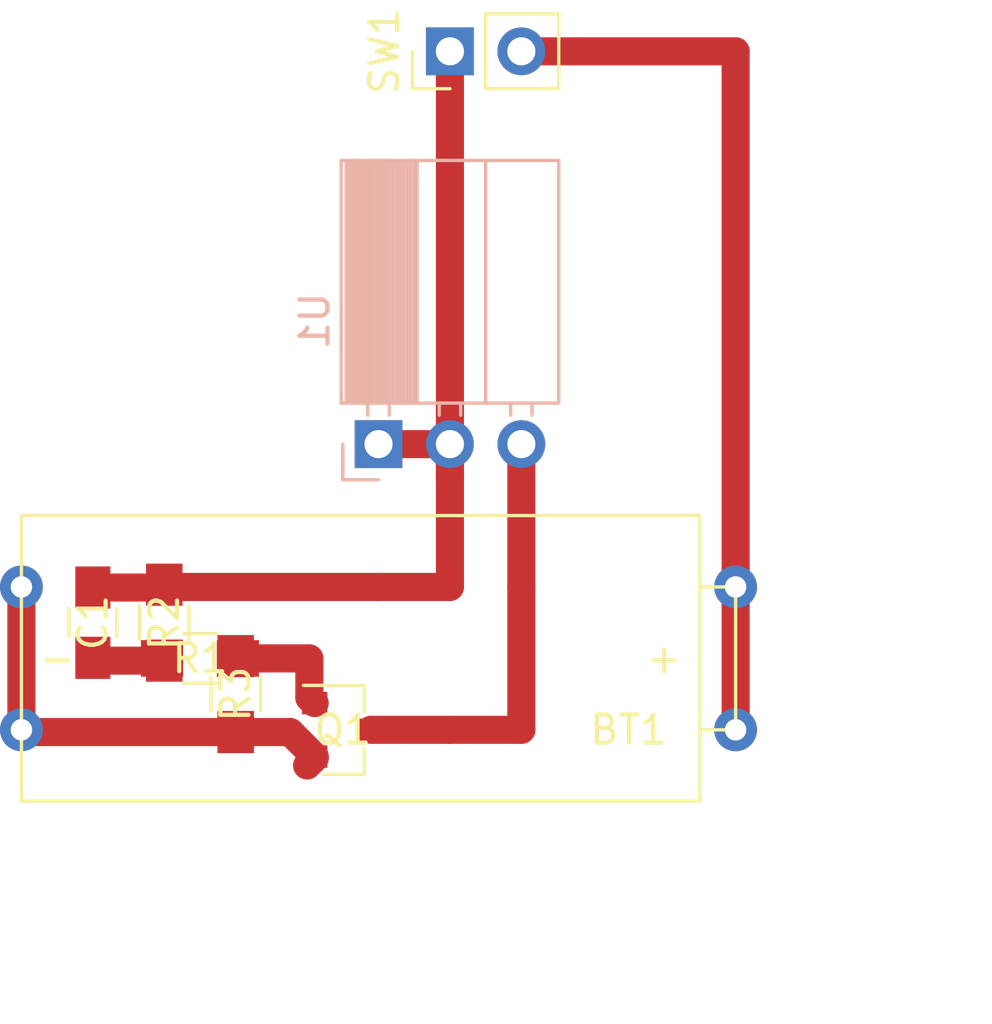
<source format=kicad_pcb>
(kicad_pcb (version 4) (host pcbnew 4.0.4+e1-6308~48~ubuntu16.04.1-stable)

  (general
    (links 14)
    (no_connects 0)
    (area 0 0 0 0)
    (thickness 1.6)
    (drawings 0)
    (tracks 29)
    (zones 0)
    (modules 8)
    (nets 7)
  )

  (page A4)
  (layers
    (0 F.Cu signal)
    (31 B.Cu signal)
    (32 B.Adhes user)
    (33 F.Adhes user)
    (34 B.Paste user)
    (35 F.Paste user)
    (36 B.SilkS user)
    (37 F.SilkS user)
    (38 B.Mask user)
    (39 F.Mask user)
    (40 Dwgs.User user)
    (41 Cmts.User user)
    (42 Eco1.User user)
    (43 Eco2.User user)
    (44 Edge.Cuts user)
    (45 Margin user)
    (46 B.CrtYd user)
    (47 F.CrtYd user)
    (48 B.Fab user)
    (49 F.Fab user)
  )

  (setup
    (last_trace_width 1)
    (user_trace_width 1)
    (trace_clearance 0.2)
    (zone_clearance 0.508)
    (zone_45_only no)
    (trace_min 0.2)
    (segment_width 0.2)
    (edge_width 0.15)
    (via_size 0.6)
    (via_drill 0.4)
    (via_min_size 0.4)
    (via_min_drill 0.3)
    (uvia_size 0.3)
    (uvia_drill 0.1)
    (uvias_allowed no)
    (uvia_min_size 0.2)
    (uvia_min_drill 0.1)
    (pcb_text_width 0.3)
    (pcb_text_size 1.5 1.5)
    (mod_edge_width 0.15)
    (mod_text_size 1 1)
    (mod_text_width 0.15)
    (pad_size 1.524 1.524)
    (pad_drill 0.762)
    (pad_to_mask_clearance 0.2)
    (aux_axis_origin 0 0)
    (visible_elements FFFFFF7F)
    (pcbplotparams
      (layerselection 0x00030_80000001)
      (usegerberextensions false)
      (excludeedgelayer true)
      (linewidth 0.100000)
      (plotframeref false)
      (viasonmask false)
      (mode 1)
      (useauxorigin false)
      (hpglpennumber 1)
      (hpglpenspeed 20)
      (hpglpendiameter 15)
      (hpglpenoverlay 2)
      (psnegative false)
      (psa4output false)
      (plotreference true)
      (plotvalue true)
      (plotinvisibletext false)
      (padsonsilk false)
      (subtractmaskfromsilk false)
      (outputformat 1)
      (mirror false)
      (drillshape 1)
      (scaleselection 1)
      (outputdirectory ""))
  )

  (net 0 "")
  (net 1 "Net-(BT1-Pad1)")
  (net 2 GNDREF)
  (net 3 "Net-(C1-Pad1)")
  (net 4 "Net-(C1-Pad2)")
  (net 5 "Net-(Q1-Pad1)")
  (net 6 "Net-(Q1-Pad3)")

  (net_class Default "This is the default net class."
    (clearance 0.2)
    (trace_width 0.25)
    (via_dia 0.6)
    (via_drill 0.4)
    (uvia_dia 0.3)
    (uvia_drill 0.1)
    (add_net GNDREF)
    (add_net "Net-(BT1-Pad1)")
    (add_net "Net-(C1-Pad1)")
    (add_net "Net-(C1-Pad2)")
    (add_net "Net-(Q1-Pad1)")
    (add_net "Net-(Q1-Pad3)")
  )

  (module battery:6V_battery_4LR44 (layer F.Cu) (tedit 5944CFDC) (tstamp 5944CCE3)
    (at 139.7 80.01)
    (path /5906E8AC)
    (fp_text reference BT1 (at 8.89 2.54) (layer F.SilkS)
      (effects (font (size 1 1) (thickness 0.15)))
    )
    (fp_text value "Battery 6V" (at 17.78 0) (layer F.Fab)
      (effects (font (size 1 1) (thickness 0.15)))
    )
    (fp_text user - (at -11.43 0) (layer F.SilkS)
      (effects (font (size 1 1) (thickness 0.15)))
    )
    (fp_text user + (at 10.16 0) (layer F.SilkS)
      (effects (font (size 1 1) (thickness 0.15)))
    )
    (fp_line (start 11.43 -2.54) (end 12.7 -2.54) (layer F.SilkS) (width 0.12))
    (fp_line (start 12.7 -2.54) (end 12.7 2.54) (layer F.SilkS) (width 0.12))
    (fp_line (start 12.7 2.54) (end 11.43 2.54) (layer F.SilkS) (width 0.12))
    (fp_line (start -12.7 -5.08) (end -12.7 5.08) (layer F.SilkS) (width 0.12))
    (fp_line (start -12.7 5.08) (end 11.43 5.08) (layer F.SilkS) (width 0.12))
    (fp_line (start 11.43 5.08) (end 11.43 -5.08) (layer F.SilkS) (width 0.12))
    (fp_line (start 11.43 -5.08) (end -12.7 -5.08) (layer F.SilkS) (width 0.12))
    (pad 2 thru_hole circle (at -12.7 -2.54) (size 1.524 1.524) (drill 0.762) (layers *.Cu *.Mask)
      (net 2 GNDREF))
    (pad 2 thru_hole circle (at -12.7 2.54) (size 1.524 1.524) (drill 0.762) (layers *.Cu *.Mask)
      (net 2 GNDREF))
    (pad 1 thru_hole circle (at 12.7 -2.54) (size 1.524 1.524) (drill 0.762) (layers *.Cu *.Mask)
      (net 1 "Net-(BT1-Pad1)"))
    (pad 1 thru_hole circle (at 12.7 2.54) (size 1.524 1.524) (drill 0.762) (layers *.Cu *.Mask)
      (net 1 "Net-(BT1-Pad1)"))
  )

  (module Capacitors_SMD:C_0805_HandSoldering (layer F.Cu) (tedit 5944CEF4) (tstamp 5944CCE9)
    (at 129.54 78.74 270)
    (descr "Capacitor SMD 0805, hand soldering")
    (tags "capacitor 0805")
    (path /5944D162)
    (attr smd)
    (fp_text reference C1 (at 0 0 270) (layer F.SilkS)
      (effects (font (size 1 1) (thickness 0.15)))
    )
    (fp_text value 4u7 (at 3.81 0 270) (layer F.Fab)
      (effects (font (size 1 1) (thickness 0.15)))
    )
    (fp_text user %R (at 0 0 270) (layer F.Fab)
      (effects (font (size 1 1) (thickness 0.15)))
    )
    (fp_line (start -1 0.62) (end -1 -0.62) (layer F.Fab) (width 0.1))
    (fp_line (start 1 0.62) (end -1 0.62) (layer F.Fab) (width 0.1))
    (fp_line (start 1 -0.62) (end 1 0.62) (layer F.Fab) (width 0.1))
    (fp_line (start -1 -0.62) (end 1 -0.62) (layer F.Fab) (width 0.1))
    (fp_line (start 0.5 -0.85) (end -0.5 -0.85) (layer F.SilkS) (width 0.12))
    (fp_line (start -0.5 0.85) (end 0.5 0.85) (layer F.SilkS) (width 0.12))
    (fp_line (start -2.25 -0.88) (end 2.25 -0.88) (layer F.CrtYd) (width 0.05))
    (fp_line (start -2.25 -0.88) (end -2.25 0.87) (layer F.CrtYd) (width 0.05))
    (fp_line (start 2.25 0.87) (end 2.25 -0.88) (layer F.CrtYd) (width 0.05))
    (fp_line (start 2.25 0.87) (end -2.25 0.87) (layer F.CrtYd) (width 0.05))
    (pad 1 smd rect (at -1.25 0 270) (size 1.5 1.25) (layers F.Cu F.Paste F.Mask)
      (net 3 "Net-(C1-Pad1)"))
    (pad 2 smd rect (at 1.25 0 270) (size 1.5 1.25) (layers F.Cu F.Paste F.Mask)
      (net 4 "Net-(C1-Pad2)"))
    (model Capacitors_SMD.3dshapes/C_0805.wrl
      (at (xyz 0 0 0))
      (scale (xyz 1 1 1))
      (rotate (xyz 0 0 0))
    )
  )

  (module TO_SOT_Packages_SMD:SOT-23 (layer F.Cu) (tedit 5944CFE2) (tstamp 5944CCF0)
    (at 138.43 82.55)
    (descr "SOT-23, Standard")
    (tags SOT-23)
    (path /5944D727)
    (attr smd)
    (fp_text reference Q1 (at 0 0) (layer F.SilkS)
      (effects (font (size 1 1) (thickness 0.15)))
    )
    (fp_text value BC817-40 (at 0 6.35 90) (layer F.Fab)
      (effects (font (size 1 1) (thickness 0.15)))
    )
    (fp_text user %R (at 0 0) (layer F.Fab)
      (effects (font (size 0.5 0.5) (thickness 0.075)))
    )
    (fp_line (start -0.7 -0.95) (end -0.7 1.5) (layer F.Fab) (width 0.1))
    (fp_line (start -0.15 -1.52) (end 0.7 -1.52) (layer F.Fab) (width 0.1))
    (fp_line (start -0.7 -0.95) (end -0.15 -1.52) (layer F.Fab) (width 0.1))
    (fp_line (start 0.7 -1.52) (end 0.7 1.52) (layer F.Fab) (width 0.1))
    (fp_line (start -0.7 1.52) (end 0.7 1.52) (layer F.Fab) (width 0.1))
    (fp_line (start 0.76 1.58) (end 0.76 0.65) (layer F.SilkS) (width 0.12))
    (fp_line (start 0.76 -1.58) (end 0.76 -0.65) (layer F.SilkS) (width 0.12))
    (fp_line (start -1.7 -1.75) (end 1.7 -1.75) (layer F.CrtYd) (width 0.05))
    (fp_line (start 1.7 -1.75) (end 1.7 1.75) (layer F.CrtYd) (width 0.05))
    (fp_line (start 1.7 1.75) (end -1.7 1.75) (layer F.CrtYd) (width 0.05))
    (fp_line (start -1.7 1.75) (end -1.7 -1.75) (layer F.CrtYd) (width 0.05))
    (fp_line (start 0.76 -1.58) (end -1.4 -1.58) (layer F.SilkS) (width 0.12))
    (fp_line (start 0.76 1.58) (end -0.7 1.58) (layer F.SilkS) (width 0.12))
    (pad 1 smd rect (at -1 -0.95) (size 0.9 0.8) (layers F.Cu F.Paste F.Mask)
      (net 5 "Net-(Q1-Pad1)"))
    (pad 2 smd rect (at -1 0.95) (size 0.9 0.8) (layers F.Cu F.Paste F.Mask)
      (net 2 GNDREF))
    (pad 3 smd rect (at 1 0) (size 0.9 0.8) (layers F.Cu F.Paste F.Mask)
      (net 6 "Net-(Q1-Pad3)"))
    (model ${KISYS3DMOD}/TO_SOT_Packages_SMD.3dshapes/SOT-23.wrl
      (at (xyz 0 0 0))
      (scale (xyz 1 1 1))
      (rotate (xyz 0 0 0))
    )
  )

  (module Resistors_SMD:R_0805_HandSoldering (layer F.Cu) (tedit 5944CEEB) (tstamp 5944CCF6)
    (at 133.35 80.01)
    (descr "Resistor SMD 0805, hand soldering")
    (tags "resistor 0805")
    (path /5907656E)
    (attr smd)
    (fp_text reference R1 (at 0 0) (layer F.SilkS)
      (effects (font (size 1 1) (thickness 0.15)))
    )
    (fp_text value 10K (at 1.27 -1.27 180) (layer F.Fab)
      (effects (font (size 1 1) (thickness 0.15)))
    )
    (fp_text user %R (at 0 0) (layer F.Fab)
      (effects (font (size 0.5 0.5) (thickness 0.075)))
    )
    (fp_line (start -1 0.62) (end -1 -0.62) (layer F.Fab) (width 0.1))
    (fp_line (start 1 0.62) (end -1 0.62) (layer F.Fab) (width 0.1))
    (fp_line (start 1 -0.62) (end 1 0.62) (layer F.Fab) (width 0.1))
    (fp_line (start -1 -0.62) (end 1 -0.62) (layer F.Fab) (width 0.1))
    (fp_line (start 0.6 0.88) (end -0.6 0.88) (layer F.SilkS) (width 0.12))
    (fp_line (start -0.6 -0.88) (end 0.6 -0.88) (layer F.SilkS) (width 0.12))
    (fp_line (start -2.35 -0.9) (end 2.35 -0.9) (layer F.CrtYd) (width 0.05))
    (fp_line (start -2.35 -0.9) (end -2.35 0.9) (layer F.CrtYd) (width 0.05))
    (fp_line (start 2.35 0.9) (end 2.35 -0.9) (layer F.CrtYd) (width 0.05))
    (fp_line (start 2.35 0.9) (end -2.35 0.9) (layer F.CrtYd) (width 0.05))
    (pad 1 smd rect (at -1.35 0) (size 1.5 1.3) (layers F.Cu F.Paste F.Mask)
      (net 4 "Net-(C1-Pad2)"))
    (pad 2 smd rect (at 1.35 0) (size 1.5 1.3) (layers F.Cu F.Paste F.Mask)
      (net 5 "Net-(Q1-Pad1)"))
    (model ${KISYS3DMOD}/Resistors_SMD.3dshapes/R_0805.wrl
      (at (xyz 0 0 0))
      (scale (xyz 1 1 1))
      (rotate (xyz 0 0 0))
    )
  )

  (module Resistors_SMD:R_0805_HandSoldering (layer F.Cu) (tedit 5944CEF7) (tstamp 5944CCFC)
    (at 132.08 78.74 270)
    (descr "Resistor SMD 0805, hand soldering")
    (tags "resistor 0805")
    (path /5944D1F3)
    (attr smd)
    (fp_text reference R2 (at 0 0 270) (layer F.SilkS)
      (effects (font (size 1 1) (thickness 0.15)))
    )
    (fp_text value 2M (at 3.81 0 270) (layer F.Fab)
      (effects (font (size 1 1) (thickness 0.15)))
    )
    (fp_text user %R (at 0 0 270) (layer F.Fab)
      (effects (font (size 0.5 0.5) (thickness 0.075)))
    )
    (fp_line (start -1 0.62) (end -1 -0.62) (layer F.Fab) (width 0.1))
    (fp_line (start 1 0.62) (end -1 0.62) (layer F.Fab) (width 0.1))
    (fp_line (start 1 -0.62) (end 1 0.62) (layer F.Fab) (width 0.1))
    (fp_line (start -1 -0.62) (end 1 -0.62) (layer F.Fab) (width 0.1))
    (fp_line (start 0.6 0.88) (end -0.6 0.88) (layer F.SilkS) (width 0.12))
    (fp_line (start -0.6 -0.88) (end 0.6 -0.88) (layer F.SilkS) (width 0.12))
    (fp_line (start -2.35 -0.9) (end 2.35 -0.9) (layer F.CrtYd) (width 0.05))
    (fp_line (start -2.35 -0.9) (end -2.35 0.9) (layer F.CrtYd) (width 0.05))
    (fp_line (start 2.35 0.9) (end 2.35 -0.9) (layer F.CrtYd) (width 0.05))
    (fp_line (start 2.35 0.9) (end -2.35 0.9) (layer F.CrtYd) (width 0.05))
    (pad 1 smd rect (at -1.35 0 270) (size 1.5 1.3) (layers F.Cu F.Paste F.Mask)
      (net 3 "Net-(C1-Pad1)"))
    (pad 2 smd rect (at 1.35 0 270) (size 1.5 1.3) (layers F.Cu F.Paste F.Mask)
      (net 4 "Net-(C1-Pad2)"))
    (model ${KISYS3DMOD}/Resistors_SMD.3dshapes/R_0805.wrl
      (at (xyz 0 0 0))
      (scale (xyz 1 1 1))
      (rotate (xyz 0 0 0))
    )
  )

  (module Resistors_SMD:R_0805_HandSoldering (layer F.Cu) (tedit 5944CED5) (tstamp 5944CD02)
    (at 134.62 81.28 270)
    (descr "Resistor SMD 0805, hand soldering")
    (tags "resistor 0805")
    (path /5944CF0F)
    (attr smd)
    (fp_text reference R3 (at 0 0 270) (layer F.SilkS)
      (effects (font (size 1 1) (thickness 0.15)))
    )
    (fp_text value 100K (at 5.08 0 270) (layer F.Fab)
      (effects (font (size 1 1) (thickness 0.15)))
    )
    (fp_text user %R (at 0 0 270) (layer F.Fab)
      (effects (font (size 0.5 0.5) (thickness 0.075)))
    )
    (fp_line (start -1 0.62) (end -1 -0.62) (layer F.Fab) (width 0.1))
    (fp_line (start 1 0.62) (end -1 0.62) (layer F.Fab) (width 0.1))
    (fp_line (start 1 -0.62) (end 1 0.62) (layer F.Fab) (width 0.1))
    (fp_line (start -1 -0.62) (end 1 -0.62) (layer F.Fab) (width 0.1))
    (fp_line (start 0.6 0.88) (end -0.6 0.88) (layer F.SilkS) (width 0.12))
    (fp_line (start -0.6 -0.88) (end 0.6 -0.88) (layer F.SilkS) (width 0.12))
    (fp_line (start -2.35 -0.9) (end 2.35 -0.9) (layer F.CrtYd) (width 0.05))
    (fp_line (start -2.35 -0.9) (end -2.35 0.9) (layer F.CrtYd) (width 0.05))
    (fp_line (start 2.35 0.9) (end 2.35 -0.9) (layer F.CrtYd) (width 0.05))
    (fp_line (start 2.35 0.9) (end -2.35 0.9) (layer F.CrtYd) (width 0.05))
    (pad 1 smd rect (at -1.35 0 270) (size 1.5 1.3) (layers F.Cu F.Paste F.Mask)
      (net 5 "Net-(Q1-Pad1)"))
    (pad 2 smd rect (at 1.35 0 270) (size 1.5 1.3) (layers F.Cu F.Paste F.Mask)
      (net 2 GNDREF))
    (model ${KISYS3DMOD}/Resistors_SMD.3dshapes/R_0805.wrl
      (at (xyz 0 0 0))
      (scale (xyz 1 1 1))
      (rotate (xyz 0 0 0))
    )
  )

  (module Socket_Strips:Socket_Strip_Straight_1x02_Pitch2.54mm (layer F.Cu) (tedit 58CD5446) (tstamp 5944CD08)
    (at 142.24 58.42 90)
    (descr "Through hole straight socket strip, 1x02, 2.54mm pitch, single row")
    (tags "Through hole socket strip THT 1x02 2.54mm single row")
    (path /590621FB)
    (fp_text reference SW1 (at 0 -2.33 90) (layer F.SilkS)
      (effects (font (size 1 1) (thickness 0.15)))
    )
    (fp_text value Off (at 0 4.87 90) (layer F.Fab)
      (effects (font (size 1 1) (thickness 0.15)))
    )
    (fp_line (start -1.27 -1.27) (end -1.27 3.81) (layer F.Fab) (width 0.1))
    (fp_line (start -1.27 3.81) (end 1.27 3.81) (layer F.Fab) (width 0.1))
    (fp_line (start 1.27 3.81) (end 1.27 -1.27) (layer F.Fab) (width 0.1))
    (fp_line (start 1.27 -1.27) (end -1.27 -1.27) (layer F.Fab) (width 0.1))
    (fp_line (start -1.33 1.27) (end -1.33 3.87) (layer F.SilkS) (width 0.12))
    (fp_line (start -1.33 3.87) (end 1.33 3.87) (layer F.SilkS) (width 0.12))
    (fp_line (start 1.33 3.87) (end 1.33 1.27) (layer F.SilkS) (width 0.12))
    (fp_line (start 1.33 1.27) (end -1.33 1.27) (layer F.SilkS) (width 0.12))
    (fp_line (start -1.33 0) (end -1.33 -1.33) (layer F.SilkS) (width 0.12))
    (fp_line (start -1.33 -1.33) (end 0 -1.33) (layer F.SilkS) (width 0.12))
    (fp_line (start -1.8 -1.8) (end -1.8 4.35) (layer F.CrtYd) (width 0.05))
    (fp_line (start -1.8 4.35) (end 1.8 4.35) (layer F.CrtYd) (width 0.05))
    (fp_line (start 1.8 4.35) (end 1.8 -1.8) (layer F.CrtYd) (width 0.05))
    (fp_line (start 1.8 -1.8) (end -1.8 -1.8) (layer F.CrtYd) (width 0.05))
    (fp_text user %R (at 0 -2.33 90) (layer F.Fab)
      (effects (font (size 1 1) (thickness 0.15)))
    )
    (pad 1 thru_hole rect (at 0 0 90) (size 1.7 1.7) (drill 1) (layers *.Cu *.Mask)
      (net 3 "Net-(C1-Pad1)"))
    (pad 2 thru_hole oval (at 0 2.54 90) (size 1.7 1.7) (drill 1) (layers *.Cu *.Mask)
      (net 1 "Net-(BT1-Pad1)"))
    (model ${KISYS3DMOD}/Socket_Strips.3dshapes/Socket_Strip_Straight_1x02_Pitch2.54mm.wrl
      (at (xyz 0 -0.05 0))
      (scale (xyz 1 1 1))
      (rotate (xyz 0 0 270))
    )
  )

  (module Socket_Strips:Socket_Strip_Angled_1x03_Pitch2.54mm (layer B.Cu) (tedit 5944CECA) (tstamp 5944CD0F)
    (at 139.7 72.39 270)
    (descr "Through hole angled socket strip, 1x03, 2.54mm pitch, 8.51mm socket length, single row")
    (tags "Through hole angled socket strip THT 1x03 2.54mm single row")
    (path /5944DA0F)
    (fp_text reference U1 (at -4.38 2.27 270) (layer B.SilkS)
      (effects (font (size 1 1) (thickness 0.15)) (justify mirror))
    )
    (fp_text value RFtransmitter (at -6.35 -5.08 270) (layer B.Fab)
      (effects (font (size 1 1) (thickness 0.15)) (justify mirror))
    )
    (fp_line (start -1.52 1.27) (end -1.52 -1.27) (layer B.Fab) (width 0.1))
    (fp_line (start -1.52 -1.27) (end -10.03 -1.27) (layer B.Fab) (width 0.1))
    (fp_line (start -10.03 -1.27) (end -10.03 1.27) (layer B.Fab) (width 0.1))
    (fp_line (start -10.03 1.27) (end -1.52 1.27) (layer B.Fab) (width 0.1))
    (fp_line (start 0 0.32) (end 0 -0.32) (layer B.Fab) (width 0.1))
    (fp_line (start 0 -0.32) (end -1.52 -0.32) (layer B.Fab) (width 0.1))
    (fp_line (start -1.52 -0.32) (end -1.52 0.32) (layer B.Fab) (width 0.1))
    (fp_line (start -1.52 0.32) (end 0 0.32) (layer B.Fab) (width 0.1))
    (fp_line (start -1.52 -1.27) (end -1.52 -3.81) (layer B.Fab) (width 0.1))
    (fp_line (start -1.52 -3.81) (end -10.03 -3.81) (layer B.Fab) (width 0.1))
    (fp_line (start -10.03 -3.81) (end -10.03 -1.27) (layer B.Fab) (width 0.1))
    (fp_line (start -10.03 -1.27) (end -1.52 -1.27) (layer B.Fab) (width 0.1))
    (fp_line (start 0 -2.22) (end 0 -2.86) (layer B.Fab) (width 0.1))
    (fp_line (start 0 -2.86) (end -1.52 -2.86) (layer B.Fab) (width 0.1))
    (fp_line (start -1.52 -2.86) (end -1.52 -2.22) (layer B.Fab) (width 0.1))
    (fp_line (start -1.52 -2.22) (end 0 -2.22) (layer B.Fab) (width 0.1))
    (fp_line (start -1.52 -3.81) (end -1.52 -6.35) (layer B.Fab) (width 0.1))
    (fp_line (start -1.52 -6.35) (end -10.03 -6.35) (layer B.Fab) (width 0.1))
    (fp_line (start -10.03 -6.35) (end -10.03 -3.81) (layer B.Fab) (width 0.1))
    (fp_line (start -10.03 -3.81) (end -1.52 -3.81) (layer B.Fab) (width 0.1))
    (fp_line (start 0 -4.76) (end 0 -5.4) (layer B.Fab) (width 0.1))
    (fp_line (start 0 -5.4) (end -1.52 -5.4) (layer B.Fab) (width 0.1))
    (fp_line (start -1.52 -5.4) (end -1.52 -4.76) (layer B.Fab) (width 0.1))
    (fp_line (start -1.52 -4.76) (end 0 -4.76) (layer B.Fab) (width 0.1))
    (fp_line (start -1.46 1.33) (end -1.46 -1.27) (layer B.SilkS) (width 0.12))
    (fp_line (start -1.46 -1.27) (end -10.09 -1.27) (layer B.SilkS) (width 0.12))
    (fp_line (start -10.09 -1.27) (end -10.09 1.33) (layer B.SilkS) (width 0.12))
    (fp_line (start -10.09 1.33) (end -1.46 1.33) (layer B.SilkS) (width 0.12))
    (fp_line (start -1.03 0.38) (end -1.46 0.38) (layer B.SilkS) (width 0.12))
    (fp_line (start -1.03 -0.38) (end -1.46 -0.38) (layer B.SilkS) (width 0.12))
    (fp_line (start -1.46 1.15) (end -10.09 1.15) (layer B.SilkS) (width 0.12))
    (fp_line (start -1.46 1.03) (end -10.09 1.03) (layer B.SilkS) (width 0.12))
    (fp_line (start -1.46 0.91) (end -10.09 0.91) (layer B.SilkS) (width 0.12))
    (fp_line (start -1.46 0.79) (end -10.09 0.79) (layer B.SilkS) (width 0.12))
    (fp_line (start -1.46 0.67) (end -10.09 0.67) (layer B.SilkS) (width 0.12))
    (fp_line (start -1.46 0.55) (end -10.09 0.55) (layer B.SilkS) (width 0.12))
    (fp_line (start -1.46 0.43) (end -10.09 0.43) (layer B.SilkS) (width 0.12))
    (fp_line (start -1.46 0.31) (end -10.09 0.31) (layer B.SilkS) (width 0.12))
    (fp_line (start -1.46 0.19) (end -10.09 0.19) (layer B.SilkS) (width 0.12))
    (fp_line (start -1.46 0.07) (end -10.09 0.07) (layer B.SilkS) (width 0.12))
    (fp_line (start -1.46 -0.05) (end -10.09 -0.05) (layer B.SilkS) (width 0.12))
    (fp_line (start -1.46 -0.17) (end -10.09 -0.17) (layer B.SilkS) (width 0.12))
    (fp_line (start -1.46 -0.29) (end -10.09 -0.29) (layer B.SilkS) (width 0.12))
    (fp_line (start -1.46 -0.41) (end -10.09 -0.41) (layer B.SilkS) (width 0.12))
    (fp_line (start -1.46 -0.53) (end -10.09 -0.53) (layer B.SilkS) (width 0.12))
    (fp_line (start -1.46 -0.65) (end -10.09 -0.65) (layer B.SilkS) (width 0.12))
    (fp_line (start -1.46 -0.77) (end -10.09 -0.77) (layer B.SilkS) (width 0.12))
    (fp_line (start -1.46 -0.89) (end -10.09 -0.89) (layer B.SilkS) (width 0.12))
    (fp_line (start -1.46 -1.01) (end -10.09 -1.01) (layer B.SilkS) (width 0.12))
    (fp_line (start -1.46 -1.13) (end -10.09 -1.13) (layer B.SilkS) (width 0.12))
    (fp_line (start -1.46 -1.25) (end -10.09 -1.25) (layer B.SilkS) (width 0.12))
    (fp_line (start -1.46 -1.37) (end -10.09 -1.37) (layer B.SilkS) (width 0.12))
    (fp_line (start -1.46 -1.27) (end -1.46 -3.81) (layer B.SilkS) (width 0.12))
    (fp_line (start -1.46 -3.81) (end -10.09 -3.81) (layer B.SilkS) (width 0.12))
    (fp_line (start -10.09 -3.81) (end -10.09 -1.27) (layer B.SilkS) (width 0.12))
    (fp_line (start -10.09 -1.27) (end -1.46 -1.27) (layer B.SilkS) (width 0.12))
    (fp_line (start -1.03 -2.16) (end -1.46 -2.16) (layer B.SilkS) (width 0.12))
    (fp_line (start -1.03 -2.92) (end -1.46 -2.92) (layer B.SilkS) (width 0.12))
    (fp_line (start -1.46 -3.81) (end -1.46 -6.41) (layer B.SilkS) (width 0.12))
    (fp_line (start -1.46 -6.41) (end -10.09 -6.41) (layer B.SilkS) (width 0.12))
    (fp_line (start -10.09 -6.41) (end -10.09 -3.81) (layer B.SilkS) (width 0.12))
    (fp_line (start -10.09 -3.81) (end -1.46 -3.81) (layer B.SilkS) (width 0.12))
    (fp_line (start -1.03 -4.7) (end -1.46 -4.7) (layer B.SilkS) (width 0.12))
    (fp_line (start -1.03 -5.46) (end -1.46 -5.46) (layer B.SilkS) (width 0.12))
    (fp_line (start 0 1.27) (end 1.27 1.27) (layer B.SilkS) (width 0.12))
    (fp_line (start 1.27 1.27) (end 1.27 0) (layer B.SilkS) (width 0.12))
    (fp_line (start 1.8 1.8) (end 1.8 -6.85) (layer B.CrtYd) (width 0.05))
    (fp_line (start 1.8 -6.85) (end -10.55 -6.85) (layer B.CrtYd) (width 0.05))
    (fp_line (start -10.55 -6.85) (end -10.55 1.8) (layer B.CrtYd) (width 0.05))
    (fp_line (start -10.55 1.8) (end 1.8 1.8) (layer B.CrtYd) (width 0.05))
    (fp_text user %R (at -4.38 2.27 270) (layer B.Fab)
      (effects (font (size 1 1) (thickness 0.15)) (justify mirror))
    )
    (pad 1 thru_hole rect (at 0 0 270) (size 1.7 1.7) (drill 1) (layers *.Cu *.Mask)
      (net 3 "Net-(C1-Pad1)"))
    (pad 2 thru_hole oval (at 0 -2.54 270) (size 1.7 1.7) (drill 1) (layers *.Cu *.Mask)
      (net 3 "Net-(C1-Pad1)"))
    (pad 3 thru_hole oval (at 0 -5.08 270) (size 1.7 1.7) (drill 1) (layers *.Cu *.Mask)
      (net 6 "Net-(Q1-Pad3)"))
    (model ${KISYS3DMOD}/Socket_Strips.3dshapes/Socket_Strip_Angled_1x03_Pitch2.54mm.wrl
      (at (xyz 0 -0.1 0))
      (scale (xyz 1 1 1))
      (rotate (xyz 0 0 270))
    )
  )

  (segment (start 152.4 77.47) (end 152.4 82.55) (width 1) (layer F.Cu) (net 1))
  (segment (start 144.78 58.42) (end 152.4 58.42) (width 1) (layer F.Cu) (net 1))
  (segment (start 152.4 58.42) (end 152.4 77.47) (width 1) (layer F.Cu) (net 1) (tstamp 5944CFC6))
  (segment (start 127 82.55) (end 127 77.47) (width 1) (layer F.Cu) (net 2) (status C00000))
  (segment (start 134.62 82.63) (end 127.08 82.63) (width 1) (layer F.Cu) (net 2) (status C00000))
  (segment (start 127.08 82.63) (end 127 82.55) (width 1) (layer F.Cu) (net 2) (tstamp 5944D00B) (status C00000))
  (segment (start 134.62 82.63) (end 136.56 82.63) (width 1) (layer F.Cu) (net 2))
  (segment (start 136.56 82.63) (end 137.43 83.5) (width 1) (layer F.Cu) (net 2) (tstamp 5944CEB8))
  (segment (start 137.43 83.5) (end 137.43 83.55) (width 1) (layer F.Cu) (net 2))
  (segment (start 137.43 83.55) (end 137.16 83.82) (width 1) (layer F.Cu) (net 2) (tstamp 5944CEAF))
  (segment (start 142.24 72.39) (end 142.24 73.66) (width 1) (layer F.Cu) (net 3) (status 400000))
  (segment (start 142.24 72.39) (end 139.7 72.39) (width 1) (layer F.Cu) (net 3) (status C00000))
  (segment (start 142.24 77.47) (end 142.24 73.66) (width 1) (layer F.Cu) (net 3))
  (segment (start 139.7 77.47) (end 132.16 77.47) (width 1) (layer F.Cu) (net 3))
  (segment (start 139.7 77.47) (end 142.24 77.47) (width 1) (layer F.Cu) (net 3))
  (segment (start 142.24 73.66) (end 142.24 58.42) (width 1) (layer F.Cu) (net 3) (tstamp 5944D004))
  (segment (start 132.16 77.47) (end 132.08 77.39) (width 1) (layer F.Cu) (net 3) (tstamp 5944CFB7))
  (segment (start 129.54 77.49) (end 131.98 77.49) (width 1) (layer F.Cu) (net 3))
  (segment (start 131.98 77.49) (end 132.08 77.39) (width 1) (layer F.Cu) (net 3) (tstamp 5944CE68))
  (segment (start 132.08 80.09) (end 129.64 80.09) (width 1) (layer F.Cu) (net 4))
  (segment (start 129.64 80.09) (end 129.54 79.99) (width 1) (layer F.Cu) (net 4) (tstamp 5944CE65))
  (segment (start 132.16 80.01) (end 132.08 80.09) (width 1) (layer F.Cu) (net 4) (tstamp 5944CE62))
  (segment (start 134.7 80.01) (end 137.24 80.01) (width 1) (layer F.Cu) (net 5))
  (segment (start 137.24 80.01) (end 137.24 81.41) (width 1) (layer F.Cu) (net 5))
  (segment (start 137.24 81.41) (end 137.43 81.6) (width 1) (layer F.Cu) (net 5) (tstamp 5944CE23))
  (segment (start 144.78 72.39) (end 144.78 77.47) (width 1) (layer F.Cu) (net 6) (status 400000))
  (segment (start 144.78 82.55) (end 144.78 77.47) (width 1) (layer F.Cu) (net 6) (tstamp 5944CFB4))
  (segment (start 142.24 82.55) (end 139.43 82.55) (width 1) (layer F.Cu) (net 6))
  (segment (start 142.24 82.55) (end 144.78 82.55) (width 1) (layer F.Cu) (net 6))

)

</source>
